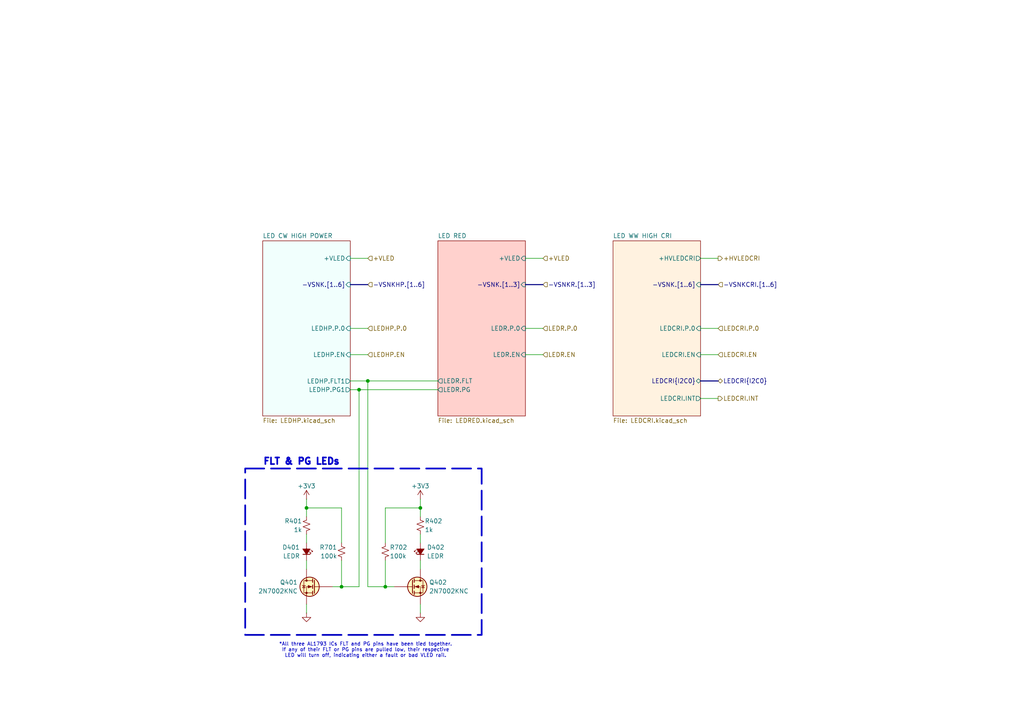
<source format=kicad_sch>
(kicad_sch (version 20250114) (generator "eeschema") (generator_version "9.0")
  (paper "A4")
  (title_block (title "Growlight controller, overview page") (rev "0.1"))
  (lib_symbols
    (symbol "Device:R_Small_US" (pin_numbers (hide yes)) (pin_names (offset 0.254) (hide yes))
      (property "Reference" "R" (at 0.762 0.508 0))
      (property "Value" "R_Small_US" (at 0.762 -1.016 0))
      (symbol "R_Small_US_1_1"
        (polyline (pts (xy 0 1.524) (xy 1.016 1.143) (xy 0 0.762) (xy -1.016 0.381) (xy 0 0)))
        (polyline (pts (xy 0 0) (xy 1.016 -0.381) (xy 0 -0.762) (xy -1.016 -1.143) (xy 0 -1.524)))
        (pin passive line (at 0 2.54 270) (length 1.016) (name "~") (number "1"))
        (pin passive line (at 0 -2.54 90) (length 1.016) (name "~") (number "2"))
      )
    )
    (symbol "Mosfet N-channel:2N7002KNC" (pin_numbers (hide yes)) (pin_names (hide yes))
      (property "Reference" "Q" (at 0 5.08 0))
      (property "Value" "2N7002KNC" (at 0 3.175 0))
      (symbol "2N7002KNC_0_1"
        (polyline (pts (xy -2.54 0) (xy -1.778 0)))
        (polyline (pts (xy -2.286 -1.778) (xy -1.27 -1.778)) (stroke (width 0.254)))
        (polyline (pts (xy -1.905 -2.286) (xy 1.905 -2.286)) (stroke (width 0.254)))
        (circle (center -1.778 0) (radius 0.254) (fill (type outline)))
        (polyline (pts (xy -1.778 -1.778) (xy -1.778 0.762) (xy 1.778 0.762) (xy 1.778 -1.778)))
        (polyline (pts (xy -0.508 -1.778) (xy 0.508 -1.778)) (stroke (width 0.254)))
        (polyline (pts (xy -0.4561 1.2741) (xy -0.3291 1.1471) (xy -0.3291 0.3851) (xy -0.2021 0.2581)))
        (polyline (pts (xy -0.3291 0.7661) (xy 0.3059 1.1471) (xy 0.3059 0.3851) (xy -0.3291 0.7661)))
        (polyline (pts (xy -0.0171 -1.4845) (xy 0.3639 -0.4685) (xy -0.3981 -0.4685) (xy -0.0171 -1.4845)) (fill (type outline)))
        (polyline (pts (xy 0 -2.286) (xy 0 -5.08)))
        (polyline (pts (xy 1.27 -1.778) (xy 2.286 -1.778)) (stroke (width 0.254)))
        (circle (center 1.778 0) (radius 0.254) (fill (type outline)))
        (polyline (pts (xy 2.54 0) (xy 0 0) (xy 0 -1.778)))
      )
      (symbol "2N7002KNC_1_1"
        (circle (center 0 -0.889) (radius 2.794) (stroke (width 0.254)) (fill (type background)))
        (pin passive line (at -5.08 0 0) (length 2.54) (name "D") (number "3"))
        (pin input line (at 0 -7.62 90) (length 2.54) (name "G") (number "1"))
        (pin passive line (at 5.08 0 180) (length 2.54) (name "S") (number "2"))
      )
    )
    (symbol "SMD LED:NCD0402R1" (pin_numbers (hide yes)) (pin_names (hide yes))
      (property "Reference" "D" (at 0 5.08 0))
      (property "Value" "LEDR" (at 0 3.175 0))
      (symbol "NCD0402R1_0_1"
        (polyline (pts (xy -0.762 -1.016) (xy -0.762 1.016)) (stroke (width 0.254)))
        (polyline (pts (xy 0 0.762) (xy -0.508 1.27) (xy -0.254 1.27) (xy -0.508 1.27) (xy -0.508 1.016)))
        (polyline (pts (xy 0.508 1.27) (xy 0 1.778) (xy 0.254 1.778) (xy 0 1.778) (xy 0 1.524)))
        (polyline (pts (xy 0.762 -1.016) (xy -0.762 0) (xy 0.762 1.016) (xy 0.762 -1.016)) (stroke (width 0.254)) (fill (type outline)))
        (polyline (pts (xy 1.016 0) (xy -0.762 0)))
      )
      (symbol "NCD0402R1_1_1"
        (pin passive line (at -2.54 0 0) (length 1.778) (name "K") (number "1"))
        (pin passive line (at 2.54 0 180) (length 1.778) (name "A") (number "2"))
      )
    )
    (symbol "power:GND" (power) (pin_numbers (hide yes)) (pin_names (offset 0) (hide yes))
      (property "Value" "GND" (at 0 -3.81 0))
      (symbol "GND_0_1"
        (polyline (pts (xy 0 0) (xy 0 -1.27) (xy 1.27 -1.27) (xy 0 -2.54) (xy -1.27 -1.27) (xy 0 -1.27)))
      )
      (symbol "GND_1_1"
        (pin power_in line (at 0 0 270) (length 0) (name "~") (number "1"))
      )
    )
    (symbol "power:VAA" (power) (pin_numbers (hide yes)) (pin_names (offset 0) (hide yes))
      (property "Value" "VAA" (at 0 3.556 0))
      (symbol "VAA_0_1"
        (polyline (pts (xy -0.762 1.27) (xy 0 2.54)))
        (polyline (pts (xy 0 2.54) (xy 0.762 1.27)))
        (polyline (pts (xy 0 0) (xy 0 2.54)))
      )
      (symbol "VAA_1_1"
        (pin power_in line (at 0 0 90) (length 0) (name "~") (number "1"))
      )
    )
  )
  (rectangle (start 71.12 135.89) (end 139.7 184.15) (stroke (width 0.5) (type dash)))
  (text "*All three AL1793 ICs FLT and PG pins have been tied together.\nIf any of their FLT or PG pins are pulled low, their respective\nLED will turn off, indicating either a fault or bad VLED rail." (at 106.045 188.595 0) (effects (font (size 1.016 1.016))))
  (text "FLT & PG LEDs" (at 76.2 133.985 0) (effects (font (size 1.905 1.905) (thickness 0.508) (bold yes)) (justify left)))
  (junction (at 111.76 170.18))
  (junction (at 121.92 147.32))
  (junction (at 99.06 170.18))
  (junction (at 106.68 110.49))
  (junction (at 104.14 113.03))
  (junction (at 88.9 147.32))
  (wire (pts (xy 99.06 147.32) (xy 88.9 147.32)))
  (wire (pts (xy 88.9 175.26) (xy 88.9 177.8)))
  (wire (pts (xy 203.2 102.87) (xy 208.28 102.87)))
  (wire (pts (xy 101.6 113.03) (xy 104.14 113.03)))
  (wire (pts (xy 152.4 74.93) (xy 157.48 74.93)))
  (wire (pts (xy 101.6 95.25) (xy 106.68 95.25)))
  (wire (pts (xy 121.92 144.78) (xy 121.92 147.32)))
  (wire (pts (xy 111.76 147.32) (xy 121.92 147.32)))
  (wire (pts (xy 152.4 95.25) (xy 157.48 95.25)))
  (wire (pts (xy 111.76 157.48) (xy 111.76 147.32)))
  (wire (pts (xy 104.14 113.03) (xy 127 113.03)))
  (bus (pts (xy 203.2 82.55) (xy 208.28 82.55)))
  (wire (pts (xy 99.06 162.56) (xy 99.06 170.18)))
  (wire (pts (xy 101.6 74.93) (xy 106.68 74.93)))
  (wire (pts (xy 99.06 170.18) (xy 104.14 170.18)))
  (wire (pts (xy 203.2 95.25) (xy 208.28 95.25)))
  (wire (pts (xy 104.14 113.03) (xy 104.14 170.18)))
  (bus (pts (xy 101.6 82.55) (xy 106.68 82.55)))
  (wire (pts (xy 121.92 154.94) (xy 121.92 157.48)))
  (wire (pts (xy 101.6 102.87) (xy 106.68 102.87)))
  (wire (pts (xy 111.76 162.56) (xy 111.76 170.18)))
  (wire (pts (xy 121.92 147.32) (xy 121.92 149.86)))
  (wire (pts (xy 106.68 170.18) (xy 111.76 170.18)))
  (wire (pts (xy 88.9 154.94) (xy 88.9 157.48)))
  (wire (pts (xy 203.2 74.93) (xy 208.28 74.93)))
  (wire (pts (xy 106.68 110.49) (xy 106.68 170.18)))
  (wire (pts (xy 106.68 110.49) (xy 127 110.49)))
  (wire (pts (xy 111.76 170.18) (xy 114.3 170.18)))
  (wire (pts (xy 88.9 147.32) (xy 88.9 149.86)))
  (wire (pts (xy 152.4 102.87) (xy 157.48 102.87)))
  (wire (pts (xy 99.06 157.48) (xy 99.06 147.32)))
  (wire (pts (xy 88.9 144.78) (xy 88.9 147.32)))
  (bus (pts (xy 203.2 110.49) (xy 208.28 110.49)))
  (wire (pts (xy 203.2 115.57) (xy 208.28 115.57)))
  (wire (pts (xy 121.92 162.56) (xy 121.92 165.1)))
  (wire (pts (xy 121.92 175.26) (xy 121.92 177.8)))
  (bus (pts (xy 152.4 82.55) (xy 157.48 82.55)))
  (wire (pts (xy 101.6 110.49) (xy 106.68 110.49)))
  (wire (pts (xy 96.52 170.18) (xy 99.06 170.18)))
  (wire (pts (xy 88.9 162.56) (xy 88.9 165.1)))
  (hierarchical_label "LEDCRI.EN" (shape input) (at 208.28 102.87 0))
  (hierarchical_label "+HVLEDCRI" (shape output) (at 208.28 74.93 0))
  (hierarchical_label "LEDCRI{I2C0}" (shape bidirectional) (at 208.28 110.49 0))
  (hierarchical_label "LEDCRI.INT" (shape output) (at 208.28 115.57 0))
  (hierarchical_label "+VLED" (shape input) (at 106.68 74.93 0))
  (hierarchical_label "-VSNKCRI.[1..6]" (shape input) (at 208.28 82.55 0))
  (hierarchical_label "+VLED" (shape input) (at 157.48 74.93 0))
  (hierarchical_label "LEDR.P.0" (shape input) (at 157.48 95.25 0))
  (hierarchical_label "LEDCRI.P.0" (shape input) (at 208.28 95.25 0))
  (hierarchical_label "-VSNKHP.[1..6]" (shape input) (at 106.68 82.55 0))
  (hierarchical_label "LEDHP.EN" (shape input) (at 106.68 102.87 0))
  (hierarchical_label "LEDHP.P.0" (shape input) (at 106.68 95.25 0))
  (hierarchical_label "LEDR.EN" (shape input) (at 157.48 102.87 0))
  (hierarchical_label "-VSNKR.[1..3]" (shape input) (at 157.48 82.55 0))
  (symbol (lib_id "power:VAA") (at 88.9 144.78 0) (mirror y) (unit 1)
    (property "Reference" "#PWR0401" (effects (hide yes)))
    (property "Value" "+3V3" (at 88.9 140.97 0))
    (property "Description" "Power symbol creates a global label with name \"VAA\"" (effects (hide yes)))
  )
  (symbol (lib_id "Device:R_Small_US") (at 111.76 160.02 0) (mirror y) (unit 1)
    (property "Reference" "R702" (at 113.03 158.75 0) (effects (justify right)))
    (property "Value" "100k" (at 113.03 161.29 0) (effects (justify right)))
    (property "Footprint" "Perfect passives:R 0402 (1005 Metric)" (effects (hide yes)))
    (property "Description" "Resistor, small US symbol" (effects (hide yes)))
  )
  (symbol (lib_id "SMD LED:NCD0402R1") (at 121.92 160.02 90) (unit 1)
    (property "Reference" "D402" (at 123.825 158.75 90) (effects (justify right)))
    (property "Value" "LEDR" (at 123.825 161.29 90) (effects (justify right)))
    (property "Footprint" "LED SMD:LED-0402-R" (effects (hide yes)))
    (property "Description" "Red 0402 LED with K mark. λp = 630nm. Vfwd ≥ 1.6V, Vftyp = 1.8V. IFnom = 25mA, IFmax = 50mA." (effects (hide yes)))
  )
  (symbol (lib_id "power:VAA") (at 121.92 144.78 0) (unit 1)
    (property "Reference" "#PWR0402" (effects (hide yes)))
    (property "Value" "+3V3" (at 121.92 140.97 0))
    (property "Description" "Power symbol creates a global label with name \"VAA\"" (effects (hide yes)))
  )
  (symbol (lib_id "Mosfet N-channel:2N7002KNC") (at 88.9 170.18 90) (mirror x) (unit 1)
    (property "Reference" "Q401" (at 86.36 168.91 90) (effects (justify left)))
    (property "Value" "2N7002KNC" (at 86.36 171.45 90) (effects (justify left)))
    (property "Footprint" "DFN-x:DFN-1006-3L" (effects (hide yes)))
    (property "Description" "VDS = 60V. 1.1Ω@10V. 340mA. NMOS DFN-1006 3L." (effects (hide yes)))
  )
  (symbol (lib_id "Device:R_Small_US") (at 88.9 152.4 0) (mirror x) (unit 1)
    (property "Reference" "R401" (at 87.63 151.13 0) (effects (justify right)))
    (property "Value" "1k" (at 87.63 153.67 0) (effects (justify right)))
    (property "Footprint" "Perfect passives:R 0402 (1005 Metric)" (effects (hide yes)))
    (property "Description" "Resistor, small US symbol" (effects (hide yes)))
  )
  (symbol (lib_id "power:GND") (at 88.9 177.8 0) (unit 1)
    (property "Reference" "#PWR0403" (effects (hide yes)))
    (property "Value" "GND" (effects (hide yes)))
    (property "Description" "Power symbol creates a global label with name \"GND\" , ground" (effects (hide yes)))
  )
  (symbol (lib_id "Device:R_Small_US") (at 121.92 152.4 180) (unit 1)
    (property "Reference" "R402" (at 123.19 151.13 0) (effects (justify right)))
    (property "Value" "1k" (at 123.19 153.67 0) (effects (justify right)))
    (property "Footprint" "Perfect passives:R 0402 (1005 Metric)" (effects (hide yes)))
    (property "Description" "Resistor, small US symbol" (effects (hide yes)))
  )
  (symbol (lib_id "power:GND") (at 121.92 177.8 0) (mirror y) (unit 1)
    (property "Reference" "#PWR0404" (effects (hide yes)))
    (property "Value" "GND" (effects (hide yes)))
    (property "Description" "Power symbol creates a global label with name \"GND\" , ground" (effects (hide yes)))
  )
  (symbol (lib_id "Mosfet N-channel:2N7002KNC") (at 121.92 170.18 270) (unit 1)
    (property "Reference" "Q402" (at 124.46 168.91 90) (effects (justify left)))
    (property "Value" "2N7002KNC" (at 124.46 171.45 90) (effects (justify left)))
    (property "Footprint" "DFN-x:DFN-1006-3L" (effects (hide yes)))
    (property "Description" "VDS = 60V. 1.1Ω@10V. 340mA. NMOS DFN-1006 3L." (effects (hide yes)))
  )
  (symbol (lib_id "Device:R_Small_US") (at 99.06 160.02 0) (unit 1)
    (property "Reference" "R701" (at 97.79 158.75 0) (effects (justify right)))
    (property "Value" "100k" (at 97.79 161.29 0) (effects (justify right)))
    (property "Footprint" "Perfect passives:R 0402 (1005 Metric)" (effects (hide yes)))
    (property "Description" "Resistor, small US symbol" (effects (hide yes)))
  )
  (symbol (lib_id "SMD LED:NCD0402R1") (at 88.9 160.02 270) (mirror x) (unit 1)
    (property "Reference" "D401" (at 86.995 158.75 90) (effects (justify right)))
    (property "Value" "LEDR" (at 86.995 161.29 90) (effects (justify right)))
    (property "Footprint" "LED SMD:LED-0402-R" (effects (hide yes)))
    (property "Description" "Red 0402 LED with K mark. λp = 630nm. Vfwd ≥ 1.6V, Vftyp = 1.8V. IFnom = 25mA, IFmax = 50mA." (effects (hide yes)))
  )
  (sheet (at 127 69.85) (size 25.4 50.8) (stroke (width 0.1524)) (fill (color 255 89 77 0.2800))
    (property "Sheetname" "LED RED" (at 127 69.1384 0) (effects (justify left bottom)))
    (property "Sheetfile" "LEDRED.kicad_sch" (at 127 121.2346 0) (effects (justify left top)))
    (pin "LEDR.EN" input (at 152.4 102.87 0))
    (pin "LEDR.FLT" output (at 127 110.49 180))
    (pin "LEDR.PG" output (at 127 113.03 180))
    (pin "-VSNK.[1..3]" input (at 152.4 82.55 0))
    (pin "LEDR.P.0" input (at 152.4 95.25 0))
    (pin "+VLED" input (at 152.4 74.93 0))
  )
  (sheet (at 76.2 69.85) (size 25.4 50.8) (stroke (width 0.1524)) (fill (color 228 255 251 0.5100))
    (property "Sheetname" "LED CW HIGH POWER" (at 76.2 69.1384 0) (effects (justify left bottom)))
    (property "Sheetfile" "LEDHP.kicad_sch" (at 76.2 121.2346 0) (effects (justify left top)))
    (pin "LEDHP.EN" input (at 101.6 102.87 0))
    (pin "-VSNK.[1..6]" input (at 101.6 82.55 0))
    (pin "LEDHP.P.0" input (at 101.6 95.25 0))
    (pin "+VLED" input (at 101.6 74.93 0))
    (pin "LEDHP.FLT1" output (at 101.6 110.5545 0))
    (pin "LEDHP.PG1" output (at 101.6 113.03 0))
  )
  (sheet (at 177.8 69.85) (size 25.4 50.8) (stroke (width 0.1524)) (fill (color 255 234 206 0.6400))
    (property "Sheetname" "LED WW HIGH CRI" (at 177.8 69.1384 0) (effects (justify left bottom)))
    (property "Sheetfile" "LEDCRI.kicad_sch" (at 177.8 121.2346 0) (effects (justify left top)))
    (pin "LEDCRI.EN" input (at 203.2 102.87 0))
    (pin "LEDCRI.INT" output (at 203.2 115.57 0))
    (pin "LEDCRI{I2C0}" bidirectional (at 203.2 110.49 0))
    (pin "+HVLEDCRI" output (at 203.2 74.93 0))
    (pin "-VSNK.[1..6]" input (at 203.2 82.55 0))
    (pin "LEDCRI.P.0" input (at 203.2 95.25 0))
  )
)
</source>
